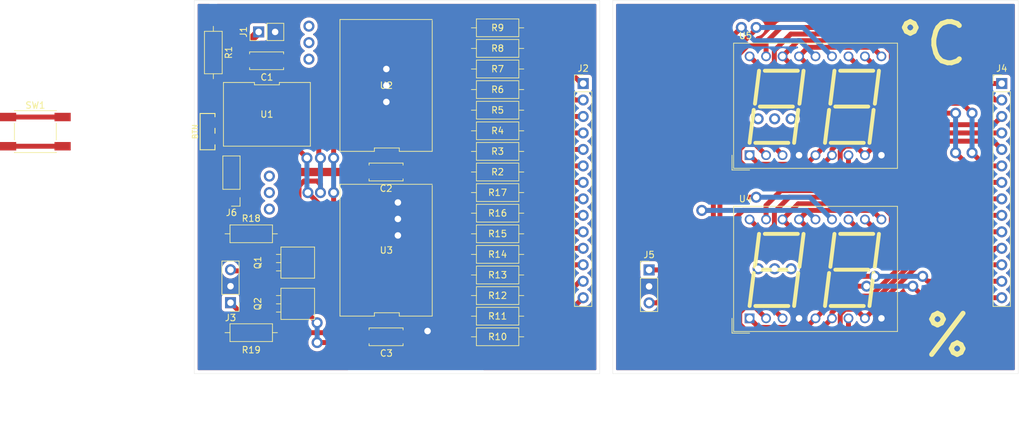
<source format=kicad_pcb>
(kicad_pcb (version 20171130) (host pcbnew "(5.1.10)-1")
  (layers (0 Front signal) (31 Back signal) (34 B.Paste user) (35 F.Paste user) (36 B.SilkS user) (37 F.SilkS user) (38 B.Mask user) (39 F.Mask user) (44 Edge.Cuts user))
  (net 0 "")
  (net 1 GND)
  (net 2 VCC)
  (net 3 "Net-(Q1-Pad2)")
  (net 4 "Net-(Q2-Pad2)")
  (net 5 "Net-(R1-Pad2)")
  (net 6 "Net-(R2-Pad2)")
  (net 7 "Net-(R3-Pad2)")
  (net 8 "Net-(R4-Pad2)")
  (net 9 "Net-(R5-Pad2)")
  (net 10 "Net-(R6-Pad2)")
  (net 11 "Net-(R7-Pad2)")
  (net 12 "Net-(R8-Pad2)")
  (net 13 "Net-(R9-Pad2)")
  (net 14 "Net-(R10-Pad2)")
  (net 15 "Net-(R11-Pad2)")
  (net 16 "Net-(R12-Pad2)")
  (net 17 "Net-(R13-Pad2)")
  (net 18 "Net-(R14-Pad2)")
  (net 19 "Net-(R15-Pad2)")
  (net 20 "Net-(R16-Pad2)")
  (net 21 "Net-(R17-Pad2)")
  (net 22 "Net-(SW1-Pad1)")
  (net 23 /SRCLK)
  (net 24 /DATA)
  (net 25 /RCLK)
  (net 26 "Net-(U2-Pad9)")
  (net 27 "Net-(U3-Pad9)")
  (net 28 "Net-(J2-Pad14)")
  (net 29 "Net-(J2-Pad13)")
  (net 30 "Net-(J2-Pad12)")
  (net 31 "Net-(J2-Pad11)")
  (net 32 "Net-(J2-Pad10)")
  (net 33 "Net-(J2-Pad9)")
  (net 34 "Net-(J2-Pad8)")
  (net 35 "Net-(J2-Pad7)")
  (net 36 "Net-(J2-Pad6)")
  (net 37 "Net-(J2-Pad5)")
  (net 38 "Net-(J2-Pad4)")
  (net 39 "Net-(J2-Pad3)")
  (net 40 "Net-(J2-Pad2)")
  (net 41 "Net-(J2-Pad1)")
  (net 42 "Net-(J3-Pad3)")
  (net 43 "Net-(J3-Pad1)")
  (net 44 "Net-(J4-Pad14)")
  (net 45 "Net-(J4-Pad13)")
  (net 46 "Net-(J4-Pad12)")
  (net 47 "Net-(J4-Pad11)")
  (net 48 "Net-(J4-Pad10)")
  (net 49 "Net-(J4-Pad9)")
  (net 50 "Net-(J4-Pad8)")
  (net 51 "Net-(J4-Pad7)")
  (net 52 "Net-(J4-Pad6)")
  (net 53 "Net-(J4-Pad5)")
  (net 54 "Net-(J4-Pad4)")
  (net 55 "Net-(J4-Pad3)")
  (net 56 "Net-(J4-Pad2)")
  (net 57 "Net-(J4-Pad1)")
  (net 58 "Net-(J5-Pad3)")
  (net 59 "Net-(J5-Pad1)")
  (net 60 "Net-(J6-Pad3)")
  (module custom:HDSP-523Y (layer Front) (at 110.598 40.59)
    (fp_text reference U5 (at -0.635 -10.16 180) (layer F.SilkS))
    (fp_text value HDSP-523Y)
    (pad 18 thru_hole circle (at 0 -6.985 90) (size 1.5 1.5) (drill 1) (layers *.Cu *.Mask) (net 56 "Net-(J4-Pad2)"))
    (pad 17 thru_hole circle (at 2.54 -6.985 90) (size 1.5 1.5) (drill 1) (layers *.Cu *.Mask) (net 57 "Net-(J4-Pad1)"))
    (pad 16 thru_hole circle (at 5.08 -6.985 90) (size 1.5 1.5) (drill 1) (layers *.Cu *.Mask) (net 51 "Net-(J4-Pad7)"))
    (pad 15 thru_hole circle (at 7.62 -6.985 90) (size 1.5 1.5) (drill 1) (layers *.Cu *.Mask) (net 52 "Net-(J4-Pad6)"))
    (pad 14 thru_hole circle (at 10.16 -6.985 90) (size 1.5 1.5) (drill 1) (layers *.Cu *.Mask) (net 59 "Net-(J5-Pad1)"))
    (pad 13 thru_hole circle (at 12.7 -6.985 90) (size 1.5 1.5) (drill 1) (layers *.Cu *.Mask) (net 58 "Net-(J5-Pad3)"))
    (pad 12 thru_hole circle (at 15.24 -6.985 90) (size 1.5 1.5) (drill 1) (layers *.Cu *.Mask) (net 56 "Net-(J4-Pad2)"))
    (pad 11 thru_hole circle (at 17.78 -6.985 90) (size 1.5 1.5) (drill 1) (layers *.Cu *.Mask) (net 51 "Net-(J4-Pad7)"))
    (pad 10 thru_hole circle (at 20.32 -6.985 90) (size 1.5 1.5) (drill 1) (layers *.Cu *.Mask) (net 52 "Net-(J4-Pad6)"))
    (pad 9 thru_hole circle (at 20.32 8.255 90) (size 1.5 1.5) (drill 1) (layers *.Cu *.Mask) (net 1 GND))
    (pad 8 thru_hole circle (at 17.78 8.255 90) (size 1.5 1.5) (drill 1) (layers *.Cu *.Mask) (net 53 "Net-(J4-Pad5)"))
    (pad 7 thru_hole circle (at 15.24 8.255 90) (size 1.5 1.5) (drill 1) (layers *.Cu *.Mask) (net 57 "Net-(J4-Pad1)"))
    (pad 6 thru_hole circle (at 12.7 8.255 90) (size 1.5 1.5) (drill 1) (layers *.Cu *.Mask) (net 54 "Net-(J4-Pad4)"))
    (pad 5 thru_hole circle (at 10.16 8.255 90) (size 1.5 1.5) (drill 1) (layers *.Cu *.Mask) (net 55 "Net-(J4-Pad3)"))
    (pad 4 thru_hole circle (at 7.62 8.255 90) (size 1.5 1.5) (drill 1) (layers *.Cu *.Mask) (net 1 GND))
    (pad 3 thru_hole circle (at 5.08 8.255 90) (size 1.5 1.5) (drill 1) (layers *.Cu *.Mask) (net 53 "Net-(J4-Pad5)"))
    (pad 2 thru_hole circle (at 2.54 8.255 90) (size 1.5 1.5) (drill 1) (layers *.Cu *.Mask) (net 54 "Net-(J4-Pad4)"))
    (pad 1 thru_hole rect (at 0 8.255 90) (size 1.5 1.5) (drill 1) (layers *.Cu *.Mask) (net 55 "Net-(J4-Pad3)"))
  )
  (module Connector_PinHeader_2.54mm:PinHeader_1x14_P2.54mm_Vertical (layer Front) (at 84.944 37.796)
    (fp_text reference J2 (at 0 -2.33) (layer F.SilkS))
    (fp_text value "7-seg F")
    (pad 14 thru_hole oval (at 0 33.02) (size 1.7 1.7) (drill 1) (layers *.Cu *.Mask) (net 28 "Net-(J2-Pad14)"))
    (pad 13 thru_hole oval (at 0 30.48) (size 1.7 1.7) (drill 1) (layers *.Cu *.Mask) (net 29 "Net-(J2-Pad13)"))
    (pad 12 thru_hole oval (at 0 27.94) (size 1.7 1.7) (drill 1) (layers *.Cu *.Mask) (net 30 "Net-(J2-Pad12)"))
    (pad 11 thru_hole oval (at 0 25.4) (size 1.7 1.7) (drill 1) (layers *.Cu *.Mask) (net 31 "Net-(J2-Pad11)"))
    (pad 10 thru_hole oval (at 0 22.86) (size 1.7 1.7) (drill 1) (layers *.Cu *.Mask) (net 32 "Net-(J2-Pad10)"))
    (pad 9 thru_hole oval (at 0 20.32) (size 1.7 1.7) (drill 1) (layers *.Cu *.Mask) (net 33 "Net-(J2-Pad9)"))
    (pad 8 thru_hole oval (at 0 17.78) (size 1.7 1.7) (drill 1) (layers *.Cu *.Mask) (net 34 "Net-(J2-Pad8)"))
    (pad 7 thru_hole oval (at 0 15.24) (size 1.7 1.7) (drill 1) (layers *.Cu *.Mask) (net 35 "Net-(J2-Pad7)"))
    (pad 6 thru_hole oval (at 0 12.7) (size 1.7 1.7) (drill 1) (layers *.Cu *.Mask) (net 36 "Net-(J2-Pad6)"))
    (pad 5 thru_hole oval (at 0 10.16) (size 1.7 1.7) (drill 1) (layers *.Cu *.Mask) (net 37 "Net-(J2-Pad5)"))
    (pad 4 thru_hole oval (at 0 7.62) (size 1.7 1.7) (drill 1) (layers *.Cu *.Mask) (net 38 "Net-(J2-Pad4)"))
    (pad 3 thru_hole oval (at 0 5.08) (size 1.7 1.7) (drill 1) (layers *.Cu *.Mask) (net 39 "Net-(J2-Pad3)"))
    (pad 2 thru_hole oval (at 0 2.54) (size 1.7 1.7) (drill 1) (layers *.Cu *.Mask) (net 40 "Net-(J2-Pad2)"))
    (pad 1 thru_hole rect (at 0 0) (size 1.7 1.7) (drill 1) (layers *.Cu *.Mask) (net 41 "Net-(J2-Pad1)"))
  )
  (module Connector_PinHeader_2.54mm:PinHeader_1x03_P2.54mm_Vertical (layer Front) (at 30.734 55.372 180)
    (fp_text reference J6 (at 0 -2.33) (layer F.SilkS))
    (fp_text value DHT11)
    (pad 3 smd oval (at 0 5.08 180) (size 2.5 1.7) (layers Front F.Paste F.Mask) (net 60 "Net-(J6-Pad3)"))
    (pad 2 smd oval (at 0 2.54 180) (size 2.5 1.7) (layers Front F.Paste F.Mask) (net 2 VCC))
    (pad 1 smd rect (at 0 0 180) (size 2.5 1.7) (layers Front F.Paste F.Mask) (net 1 GND))
  )
  (module Connector_PinHeader_2.54mm:PinHeader_1x03_P2.54mm_Vertical (layer Front) (at 95.104 66.528)
    (fp_text reference J5 (at 0 -2.33) (layer F.SilkS))
    (fp_text value "NPNs M")
    (pad 3 thru_hole oval (at 0 5.08) (size 1.7 1.7) (drill 1) (layers *.Cu *.Mask) (net 58 "Net-(J5-Pad3)"))
    (pad 2 thru_hole oval (at 0 2.54) (size 1.7 1.7) (drill 1) (layers *.Cu *.Mask) (net 1 GND))
    (pad 1 thru_hole rect (at 0 0) (size 1.7 1.7) (drill 1) (layers *.Cu *.Mask) (net 59 "Net-(J5-Pad1)"))
  )
  (module Connector_PinHeader_2.54mm:PinHeader_1x14_P2.54mm_Vertical (layer Front) (at 149.46 37.796)
    (fp_text reference J4 (at 0 -2.33) (layer F.SilkS))
    (fp_text value "7-seg M")
    (pad 14 thru_hole oval (at 0 33.02) (size 1.7 1.7) (drill 1) (layers *.Cu *.Mask) (net 44 "Net-(J4-Pad14)"))
    (pad 13 thru_hole oval (at 0 30.48) (size 1.7 1.7) (drill 1) (layers *.Cu *.Mask) (net 45 "Net-(J4-Pad13)"))
    (pad 12 thru_hole oval (at 0 27.94) (size 1.7 1.7) (drill 1) (layers *.Cu *.Mask) (net 46 "Net-(J4-Pad12)"))
    (pad 11 thru_hole oval (at 0 25.4) (size 1.7 1.7) (drill 1) (layers *.Cu *.Mask) (net 47 "Net-(J4-Pad11)"))
    (pad 10 thru_hole oval (at 0 22.86) (size 1.7 1.7) (drill 1) (layers *.Cu *.Mask) (net 48 "Net-(J4-Pad10)"))
    (pad 9 thru_hole oval (at 0 20.32) (size 1.7 1.7) (drill 1) (layers *.Cu *.Mask) (net 49 "Net-(J4-Pad9)"))
    (pad 8 thru_hole oval (at 0 17.78) (size 1.7 1.7) (drill 1) (layers *.Cu *.Mask) (net 50 "Net-(J4-Pad8)"))
    (pad 7 thru_hole oval (at 0 15.24) (size 1.7 1.7) (drill 1) (layers *.Cu *.Mask) (net 51 "Net-(J4-Pad7)"))
    (pad 6 thru_hole oval (at 0 12.7) (size 1.7 1.7) (drill 1) (layers *.Cu *.Mask) (net 52 "Net-(J4-Pad6)"))
    (pad 5 thru_hole oval (at 0 10.16) (size 1.7 1.7) (drill 1) (layers *.Cu *.Mask) (net 53 "Net-(J4-Pad5)"))
    (pad 4 thru_hole oval (at 0 7.62) (size 1.7 1.7) (drill 1) (layers *.Cu *.Mask) (net 54 "Net-(J4-Pad4)"))
    (pad 3 thru_hole oval (at 0 5.08) (size 1.7 1.7) (drill 1) (layers *.Cu *.Mask) (net 55 "Net-(J4-Pad3)"))
    (pad 2 thru_hole oval (at 0 2.54) (size 1.7 1.7) (drill 1) (layers *.Cu *.Mask) (net 56 "Net-(J4-Pad2)"))
    (pad 1 thru_hole rect (at 0 0) (size 1.7 1.7) (drill 1) (layers *.Cu *.Mask) (net 57 "Net-(J4-Pad1)"))
  )
  (module Connector_PinHeader_2.54mm:PinHeader_1x03_P2.54mm_Vertical (layer Front) (at 30.588 71.578 180)
    (fp_text reference J3 (at 0 -2.33) (layer F.SilkS))
    (fp_text value "NPNs F")
    (pad 3 thru_hole oval (at 0 5.08 180) (size 1.7 1.7) (drill 1) (layers *.Cu *.Mask) (net 42 "Net-(J3-Pad3)"))
    (pad 2 thru_hole oval (at 0 2.54 180) (size 1.7 1.7) (drill 1) (layers *.Cu *.Mask) (net 1 GND))
    (pad 1 thru_hole rect (at 0 0 180) (size 1.7 1.7) (drill 1) (layers *.Cu *.Mask) (net 43 "Net-(J3-Pad1)"))
  )
  (module custom:HDSP-523Y (layer Front) (at 110.598 65.736)
    (fp_text reference U4 (at -0.635 -10.16 180) (layer F.SilkS))
    (fp_text value HDSP-523Y)
    (pad 18 thru_hole circle (at 0 -6.985 90) (size 1.5 1.5) (drill 1) (layers *.Cu *.Mask) (net 49 "Net-(J4-Pad9)"))
    (pad 17 thru_hole circle (at 2.54 -6.985 90) (size 1.5 1.5) (drill 1) (layers *.Cu *.Mask) (net 50 "Net-(J4-Pad8)"))
    (pad 16 thru_hole circle (at 5.08 -6.985 90) (size 1.5 1.5) (drill 1) (layers *.Cu *.Mask) (net 44 "Net-(J4-Pad14)"))
    (pad 15 thru_hole circle (at 7.62 -6.985 90) (size 1.5 1.5) (drill 1) (layers *.Cu *.Mask) (net 45 "Net-(J4-Pad13)"))
    (pad 14 thru_hole circle (at 10.16 -6.985 90) (size 1.5 1.5) (drill 1) (layers *.Cu *.Mask) (net 59 "Net-(J5-Pad1)"))
    (pad 13 thru_hole circle (at 12.7 -6.985 90) (size 1.5 1.5) (drill 1) (layers *.Cu *.Mask) (net 58 "Net-(J5-Pad3)"))
    (pad 12 thru_hole circle (at 15.24 -6.985 90) (size 1.5 1.5) (drill 1) (layers *.Cu *.Mask) (net 49 "Net-(J4-Pad9)"))
    (pad 11 thru_hole circle (at 17.78 -6.985 90) (size 1.5 1.5) (drill 1) (layers *.Cu *.Mask) (net 44 "Net-(J4-Pad14)"))
    (pad 10 thru_hole circle (at 20.32 -6.985 90) (size 1.5 1.5) (drill 1) (layers *.Cu *.Mask) (net 45 "Net-(J4-Pad13)"))
    (pad 9 thru_hole circle (at 20.32 8.255 90) (size 1.5 1.5) (drill 1) (layers *.Cu *.Mask) (net 1 GND))
    (pad 8 thru_hole circle (at 17.78 8.255 90) (size 1.5 1.5) (drill 1) (layers *.Cu *.Mask) (net 46 "Net-(J4-Pad12)"))
    (pad 7 thru_hole circle (at 15.24 8.255 90) (size 1.5 1.5) (drill 1) (layers *.Cu *.Mask) (net 50 "Net-(J4-Pad8)"))
    (pad 6 thru_hole circle (at 12.7 8.255 90) (size 1.5 1.5) (drill 1) (layers *.Cu *.Mask) (net 47 "Net-(J4-Pad11)"))
    (pad 5 thru_hole circle (at 10.16 8.255 90) (size 1.5 1.5) (drill 1) (layers *.Cu *.Mask) (net 48 "Net-(J4-Pad10)"))
    (pad 4 thru_hole circle (at 7.62 8.255 90) (size 1.5 1.5) (drill 1) (layers *.Cu *.Mask) (net 1 GND))
    (pad 3 thru_hole circle (at 5.08 8.255 90) (size 1.5 1.5) (drill 1) (layers *.Cu *.Mask) (net 46 "Net-(J4-Pad12)"))
    (pad 2 thru_hole circle (at 2.54 8.255 90) (size 1.5 1.5) (drill 1) (layers *.Cu *.Mask) (net 47 "Net-(J4-Pad11)"))
    (pad 1 thru_hole rect (at 0 8.255 90) (size 1.5 1.5) (drill 1) (layers *.Cu *.Mask) (net 48 "Net-(J4-Pad10)"))
  )
  (module custom:FakeSMD_DIP-16 (layer Front) (at 59.69 72.39 180)
    (fp_text reference U3 (at 5.08 8.89) (layer F.SilkS))
    (fp_text value 74HC595)
    (pad 8 smd oval (at 0 17.78 90) (size 1.2 2.999999) (layers Front F.Paste F.Mask) (net 1 GND))
    (pad 9 smd oval (at 10.16 17.78 90) (size 1.2 2.999999) (layers Front F.Paste F.Mask) (net 27 "Net-(U3-Pad9)"))
    (pad 7 smd oval (at 0 15.24 90) (size 1.2 2.999999) (layers Front F.Paste F.Mask) (net 21 "Net-(R17-Pad2)"))
    (pad 10 smd oval (at 10.16 15.24 90) (size 1.2 2.999999) (layers Front F.Paste F.Mask) (net 2 VCC))
    (pad 6 smd oval (at 0 12.7 90) (size 1.2 2.999999) (layers Front F.Paste F.Mask) (net 20 "Net-(R16-Pad2)"))
    (pad 11 smd oval (at 10.16 12.7 90) (size 1.2 2.999999) (layers Front F.Paste F.Mask) (net 23 /SRCLK))
    (pad 5 smd oval (at 0 10.16 90) (size 1.2 2.999999) (layers Front F.Paste F.Mask) (net 19 "Net-(R15-Pad2)"))
    (pad 12 smd oval (at 10.16 10.16 90) (size 1.2 2.999999) (layers Front F.Paste F.Mask) (net 25 /RCLK))
    (pad 4 smd oval (at 0 7.62 90) (size 1.2 2.999999) (layers Front F.Paste F.Mask) (net 18 "Net-(R14-Pad2)"))
    (pad 13 smd oval (at 10.16 7.62 90) (size 1.2 2.999999) (layers Front F.Paste F.Mask) (net 1 GND))
    (pad 3 smd oval (at 0 5.08 90) (size 1.2 2.999999) (layers Front F.Paste F.Mask) (net 17 "Net-(R13-Pad2)"))
    (pad 14 smd oval (at 10.16 5.08 90) (size 1.2 2.999999) (layers Front F.Paste F.Mask) (net 26 "Net-(U2-Pad9)"))
    (pad 2 smd oval (at 0 2.54 90) (size 1.2 2.999999) (layers Front F.Paste F.Mask) (net 16 "Net-(R12-Pad2)"))
    (pad 15 smd oval (at 10.16 2.54 90) (size 1.2 2.999999) (layers Front F.Paste F.Mask) (net 14 "Net-(R10-Pad2)"))
    (pad 1 smd oval (at 0 0 90) (size 1.2 2.999999) (layers Front F.Paste F.Mask) (net 15 "Net-(R11-Pad2)"))
    (pad 16 smd oval (at 10.16 0 90) (size 1.2 2.999999) (layers Front F.Paste F.Mask) (net 2 VCC))
  )
  (module custom:FakeSMD_DIP-16 (layer Front) (at 59.69 46.99 180)
    (fp_text reference U2 (at 5.08 8.89) (layer F.SilkS))
    (fp_text value 74HC595)
    (pad 8 smd oval (at 0 17.78 90) (size 1.2 2.999999) (layers Front F.Paste F.Mask) (net 1 GND))
    (pad 9 smd oval (at 10.16 17.78 90) (size 1.2 2.999999) (layers Front F.Paste F.Mask) (net 26 "Net-(U2-Pad9)"))
    (pad 7 smd oval (at 0 15.24 90) (size 1.2 2.999999) (layers Front F.Paste F.Mask) (net 13 "Net-(R9-Pad2)"))
    (pad 10 smd oval (at 10.16 15.24 90) (size 1.2 2.999999) (layers Front F.Paste F.Mask) (net 2 VCC))
    (pad 6 smd oval (at 0 12.7 90) (size 1.2 2.999999) (layers Front F.Paste F.Mask) (net 12 "Net-(R8-Pad2)"))
    (pad 11 smd oval (at 10.16 12.7 90) (size 1.2 2.999999) (layers Front F.Paste F.Mask) (net 23 /SRCLK))
    (pad 5 smd oval (at 0 10.16 90) (size 1.2 2.999999) (layers Front F.Paste F.Mask) (net 11 "Net-(R7-Pad2)"))
    (pad 12 smd oval (at 10.16 10.16 90) (size 1.2 2.999999) (layers Front F.Paste F.Mask) (net 25 /RCLK))
    (pad 4 smd oval (at 0 7.62 90) (size 1.2 2.999999) (layers Front F.Paste F.Mask) (net 10 "Net-(R6-Pad2)"))
    (pad 13 smd oval (at 10.16 7.62 90) (size 1.2 2.999999) (layers Front F.Paste F.Mask) (net 1 GND))
    (pad 3 smd oval (at 0 5.08 90) (size 1.2 2.999999) (layers Front F.Paste F.Mask) (net 9 "Net-(R5-Pad2)"))
    (pad 14 smd oval (at 10.16 5.08 90) (size 1.2 2.999999) (layers Front F.Paste F.Mask) (net 24 /DATA))
    (pad 2 smd oval (at 0 2.54 90) (size 1.2 2.999999) (layers Front F.Paste F.Mask) (net 8 "Net-(R4-Pad2)"))
    (pad 15 smd oval (at 10.16 2.54 90) (size 1.2 2.999999) (layers Front F.Paste F.Mask) (net 6 "Net-(R2-Pad2)"))
    (pad 1 smd oval (at 0 0 90) (size 1.2 2.999999) (layers Front F.Paste F.Mask) (net 7 "Net-(R3-Pad2)"))
    (pad 16 smd oval (at 10.16 0 90) (size 1.2 2.999999) (layers Front F.Paste F.Mask) (net 2 VCC))
  )
  (module custom:FakeSMD_DIP-8 (layer Front) (at 36.195 42.545 270)
    (fp_text reference U1 (at 0 0) (layer F.SilkS))
    (fp_text value ATtiny45V-10PU)
    (pad 4 smd oval (at 3.81 5 270) (size 1.2 2.999999) (layers Front F.Paste F.Mask) (net 1 GND))
    (pad 5 smd oval (at 3.81 -5 270) (size 1.2 2.999999) (layers Front F.Paste F.Mask) (net 23 /SRCLK))
    (pad 3 smd oval (at 1.27 5 270) (size 1.2 2.999999) (layers Front F.Paste F.Mask) (net 22 "Net-(SW1-Pad1)"))
    (pad 6 smd oval (at 1.27 -5 270) (size 1.2 2.999999) (layers Front F.Paste F.Mask) (net 24 /DATA))
    (pad 2 smd oval (at -1.27 5 270) (size 1.2 2.999999) (layers Front F.Paste F.Mask) (net 60 "Net-(J6-Pad3)"))
    (pad 7 smd oval (at -1.27 -5 270) (size 1.2 2.999999) (layers Front F.Paste F.Mask) (net 25 /RCLK))
    (pad 1 smd oval (at -3.81 5 270) (size 1.2 2.999999) (layers Front F.Paste F.Mask) (net 5 "Net-(R1-Pad2)"))
    (pad 8 smd oval (at -3.81 -5 270) (size 1.2 2.999999) (layers Front F.Paste F.Mask) (net 2 VCC))
  )
  (module custom:FakeSMD_Button (layer Front) (at 0.508 45.212)
    (fp_text reference SW1 (at 0 -4.05) (layer F.SilkS))
    (fp_text value SW_Push)
    (pad 2 smd rect (at 4.2 2.25) (size 2.5 1.3) (layers Front F.Paste F.Mask) (net 1 GND))
    (pad 1 smd rect (at 4.2 -2.25) (size 2.5 1.3) (layers Front F.Paste F.Mask) (net 22 "Net-(SW1-Pad1)"))
    (pad 1 smd rect (at -4.2 -2.25) (size 2.5 1.3) (layers Front F.Paste F.Mask) (net 22 "Net-(SW1-Pad1)"))
    (pad 2 smd rect (at -4.2 2.25) (size 2.5 1.3) (layers Front F.Paste F.Mask) (net 1 GND))
  )
  (module custom:FakeSMD_R (layer Front) (at 28.702 76.2)
    (fp_text reference R19 (at 5.08 2.667) (layer F.SilkS))
    (fp_text value 10k)
    (pad 2 smd oval (at 10.36 0) (size 3 1.6) (layers Front F.Paste F.Mask) (net 4 "Net-(Q2-Pad2)"))
    (pad 1 smd oval (at -0.3 0) (size 3 1.6) (layers Front F.Paste F.Mask) (net 1 GND))
  )
  (module custom:FakeSMD_R (layer Front) (at 28.702 60.96)
    (fp_text reference R18 (at 5.08 -2.37) (layer F.SilkS))
    (fp_text value 10k)
    (pad 2 smd oval (at 10.36 0) (size 3 1.6) (layers Front F.Paste F.Mask) (net 3 "Net-(Q1-Pad2)"))
    (pad 1 smd oval (at -0.3 0) (size 3 1.6) (layers Front F.Paste F.Mask) (net 1 GND))
  )
  (module custom:FakeSMD_R (layer Front) (at 76.835 54.61 180)
    (fp_text reference R17 (at 5.08 0) (layer F.SilkS))
    (fp_text value 270)
    (pad 2 smd oval (at 10.36 0 180) (size 3 1.6) (layers Front F.Paste F.Mask) (net 21 "Net-(R17-Pad2)"))
    (pad 1 smd oval (at -0.3 0 180) (size 3 1.6) (layers Front F.Paste F.Mask) (net 3 "Net-(Q1-Pad2)"))
  )
  (module custom:FakeSMD_R (layer Front) (at 76.835 57.785 180)
    (fp_text reference R16 (at 5.08 0) (layer F.SilkS))
    (fp_text value 270)
    (pad 2 smd oval (at 10.36 0 180) (size 3 1.6) (layers Front F.Paste F.Mask) (net 20 "Net-(R16-Pad2)"))
    (pad 1 smd oval (at -0.3 0 180) (size 3 1.6) (layers Front F.Paste F.Mask) (net 34 "Net-(J2-Pad8)"))
  )
  (module custom:FakeSMD_R (layer Front) (at 76.835 60.96 180)
    (fp_text reference R15 (at 5.08 0) (layer F.SilkS))
    (fp_text value 270)
    (pad 2 smd oval (at 10.36 0 180) (size 3 1.6) (layers Front F.Paste F.Mask) (net 19 "Net-(R15-Pad2)"))
    (pad 1 smd oval (at -0.3 0 180) (size 3 1.6) (layers Front F.Paste F.Mask) (net 33 "Net-(J2-Pad9)"))
  )
  (module custom:FakeSMD_R (layer Front) (at 76.835 64.135 180)
    (fp_text reference R14 (at 5.08 0) (layer F.SilkS))
    (fp_text value 270)
    (pad 2 smd oval (at 10.36 0 180) (size 3 1.6) (layers Front F.Paste F.Mask) (net 18 "Net-(R14-Pad2)"))
    (pad 1 smd oval (at -0.3 0 180) (size 3 1.6) (layers Front F.Paste F.Mask) (net 32 "Net-(J2-Pad10)"))
  )
  (module custom:FakeSMD_R (layer Front) (at 76.835 67.31 180)
    (fp_text reference R13 (at 5.08 0) (layer F.SilkS))
    (fp_text value 270)
    (pad 2 smd oval (at 10.36 0 180) (size 3 1.6) (layers Front F.Paste F.Mask) (net 17 "Net-(R13-Pad2)"))
    (pad 1 smd oval (at -0.3 0 180) (size 3 1.6) (layers Front F.Paste F.Mask) (net 31 "Net-(J2-Pad11)"))
  )
  (module custom:FakeSMD_R (layer Front) (at 76.835 70.485 180)
    (fp_text reference R12 (at 5.08 0) (layer F.SilkS))
    (fp_text value 270)
    (pad 2 smd oval (at 10.36 0 180) (size 3 1.6) (layers Front F.Paste F.Mask) (net 16 "Net-(R12-Pad2)"))
    (pad 1 smd oval (at -0.3 0 180) (size 3 1.6) (layers Front F.Paste F.Mask) (net 30 "Net-(J2-Pad12)"))
  )
  (module custom:FakeSMD_R (layer Front) (at 76.835 73.66 180)
    (fp_text reference R11 (at 5.08 0) (layer F.SilkS))
    (fp_text value 270)
    (pad 2 smd oval (at 10.36 0 180) (size 3 1.6) (layers Front F.Paste F.Mask) (net 15 "Net-(R11-Pad2)"))
    (pad 1 smd oval (at -0.3 0 180) (size 3 1.6) (layers Front F.Paste F.Mask) (net 29 "Net-(J2-Pad13)"))
  )
  (module custom:FakeSMD_R (layer Front) (at 76.835 76.835 180)
    (fp_text reference R10 (at 5.08 0) (layer F.SilkS))
    (fp_text value 270)
    (pad 2 smd oval (at 10.36 0 180) (size 3 1.6) (layers Front F.Paste F.Mask) (net 14 "Net-(R10-Pad2)"))
    (pad 1 smd oval (at -0.3 0 180) (size 3 1.6) (layers Front F.Paste F.Mask) (net 28 "Net-(J2-Pad14)"))
  )
  (module custom:FakeSMD_R (layer Front) (at 76.835 29.21 180)
    (fp_text reference R9 (at 5.08 0) (layer F.SilkS))
    (fp_text value 270)
    (pad 2 smd oval (at 10.36 0 180) (size 3 1.6) (layers Front F.Paste F.Mask) (net 13 "Net-(R9-Pad2)"))
    (pad 1 smd oval (at -0.3 0 180) (size 3 1.6) (layers Front F.Paste F.Mask) (net 4 "Net-(Q2-Pad2)"))
  )
  (module custom:FakeSMD_R (layer Front) (at 76.835 32.385 180)
    (fp_text reference R8 (at 5.08 0) (layer F.SilkS))
    (fp_text value 270)
    (pad 2 smd oval (at 10.36 0 180) (size 3 1.6) (layers Front F.Paste F.Mask) (net 12 "Net-(R8-Pad2)"))
    (pad 1 smd oval (at -0.3 0 180) (size 3 1.6) (layers Front F.Paste F.Mask) (net 41 "Net-(J2-Pad1)"))
  )
  (module custom:FakeSMD_R (layer Front) (at 76.835 35.56 180)
    (fp_text reference R7 (at 5.08 0) (layer F.SilkS))
    (fp_text value 270)
    (pad 2 smd oval (at 10.36 0 180) (size 3 1.6) (layers Front F.Paste F.Mask) (net 11 "Net-(R7-Pad2)"))
    (pad 1 smd oval (at -0.3 0 180) (size 3 1.6) (layers Front F.Paste F.Mask) (net 40 "Net-(J2-Pad2)"))
  )
  (module custom:FakeSMD_R (layer Front) (at 76.835 38.735 180)
    (fp_text reference R6 (at 5.08 0) (layer F.SilkS))
    (fp_text value 270)
    (pad 2 smd oval (at 10.36 0 180) (size 3 1.6) (layers Front F.Paste F.Mask) (net 10 "Net-(R6-Pad2)"))
    (pad 1 smd oval (at -0.3 0 180) (size 3 1.6) (layers Front F.Paste F.Mask) (net 39 "Net-(J2-Pad3)"))
  )
  (module custom:FakeSMD_R (layer Front) (at 76.835 41.91 180)
    (fp_text reference R5 (at 5.08 0) (layer F.SilkS))
    (fp_text value 270)
    (pad 2 smd oval (at 10.36 0 180) (size 3 1.6) (layers Front F.Paste F.Mask) (net 9 "Net-(R5-Pad2)"))
    (pad 1 smd oval (at -0.3 0 180) (size 3 1.6) (layers Front F.Paste F.Mask) (net 38 "Net-(J2-Pad4)"))
  )
  (module custom:FakeSMD_R (layer Front) (at 76.835 45.085 180)
    (fp_text reference R4 (at 5.08 0) (layer F.SilkS))
    (fp_text value 270)
    (pad 2 smd oval (at 10.36 0 180) (size 3 1.6) (layers Front F.Paste F.Mask) (net 8 "Net-(R4-Pad2)"))
    (pad 1 smd oval (at -0.3 0 180) (size 3 1.6) (layers Front F.Paste F.Mask) (net 37 "Net-(J2-Pad5)"))
  )
  (module custom:FakeSMD_R (layer Front) (at 76.835 48.26 180)
    (fp_text reference R3 (at 5.08 0) (layer F.SilkS))
    (fp_text value 270)
    (pad 2 smd oval (at 10.36 0 180) (size 3 1.6) (layers Front F.Paste F.Mask) (net 7 "Net-(R3-Pad2)"))
    (pad 1 smd oval (at -0.3 0 180) (size 3 1.6) (layers Front F.Paste F.Mask) (net 36 "Net-(J2-Pad6)"))
  )
  (module custom:FakeSMD_R (layer Front) (at 76.835 51.435 180)
    (fp_text reference R2 (at 5.08 0) (layer F.SilkS))
    (fp_text value 270)
    (pad 2 smd oval (at 10.36 0 180) (size 3 1.6) (layers Front F.Paste F.Mask) (net 6 "Net-(R2-Pad2)"))
    (pad 1 smd oval (at -0.3 0 180) (size 3 1.6) (layers Front F.Paste F.Mask) (net 35 "Net-(J2-Pad7)"))
  )
  (module custom:FakeSMD_R (layer Front) (at 27.94 27.94 270)
    (fp_text reference R1 (at 5.08 -2.37 90) (layer F.SilkS))
    (fp_text value 10k)
    (pad 2 smd oval (at 10.36 0 270) (size 3 1.6) (layers Front F.Paste F.Mask) (net 5 "Net-(R1-Pad2)"))
    (pad 1 smd oval (at -0.3 0 270) (size 3 1.6) (layers Front F.Paste F.Mask) (net 2 VCC))
  )
  (module custom:FakeSMD_TO-92-3 (layer Front) (at 36.576 73.025 90)
    (fp_text reference Q2 (at 1.27 -1.78 90) (layer F.SilkS))
    (fp_text value Q_NPN_CBE)
    (pad 1 smd rect (at 0 0 90) (size 1 2) (layers Front F.Paste F.Mask) (net 43 "Net-(J3-Pad1)"))
    (pad 3 smd oval (at 2.54 0 90) (size 1 2) (layers Front F.Paste F.Mask) (net 1 GND))
    (pad 2 smd oval (at 1.27 0 90) (size 1 2) (layers Front F.Paste F.Mask) (net 4 "Net-(Q2-Pad2)"))
  )
  (module custom:FakeSMD_TO-92-3 (layer Front) (at 36.576 66.675 90)
    (fp_text reference Q1 (at 1.27 -1.78 90) (layer F.SilkS))
    (fp_text value Q_NPN_CBE)
    (pad 1 smd rect (at 0 0 90) (size 1 2) (layers Front F.Paste F.Mask) (net 42 "Net-(J3-Pad3)"))
    (pad 3 smd oval (at 2.54 0 90) (size 1 2) (layers Front F.Paste F.Mask) (net 1 GND))
    (pad 2 smd oval (at 1.27 0 90) (size 1 2) (layers Front F.Paste F.Mask) (net 3 "Net-(Q1-Pad2)"))
  )
  (module Connector_PinHeader_2.54mm:PinHeader_1x02_P2.54mm_Vertical (layer Front) (at 34.925 29.845 90)
    (fp_text reference J1 (at 0 -2.33 90) (layer F.SilkS))
    (fp_text value PWR)
    (pad 2 thru_hole oval (at 0 2.54 90) (size 1.7 1.7) (drill 1) (layers *.Cu *.Mask) (net 1 GND))
    (pad 1 thru_hole rect (at 0 0 90) (size 1.7 1.7) (drill 1) (layers *.Cu *.Mask) (net 2 VCC))
  )
  (module custom:FakeSMD_C_Disc (layer Front) (at 52.07 76.835)
    (fp_text reference C3 (at 2.54 2.54) (layer F.SilkS))
    (fp_text value 100n)
    (pad 2 smd oval (at 5.5 0) (size 2.5 1.6) (layers Front F.Paste F.Mask) (net 1 GND))
    (pad 1 smd oval (at -0.5 0) (size 2.5 1.6) (layers Front F.Paste F.Mask) (net 2 VCC))
  )
  (module custom:FakeSMD_C_Disc (layer Front) (at 52.07 51.435)
    (fp_text reference C2 (at 2.5 2.54) (layer F.SilkS))
    (fp_text value 100n)
    (pad 2 smd oval (at 5.5 0) (size 2.5 1.6) (layers Front F.Paste F.Mask) (net 1 GND))
    (pad 1 smd oval (at -0.5 0) (size 2.5 1.6) (layers Front F.Paste F.Mask) (net 2 VCC))
  )
  (module custom:FakeSMD_C_Disc (layer Front) (at 33.655 34.29)
    (fp_text reference C1 (at 2.54 2.54) (layer F.SilkS))
    (fp_text value 100n)
    (pad 2 smd oval (at 5.5 0) (size 2.5 1.6) (layers Front F.Paste F.Mask) (net 1 GND))
    (pad 1 smd oval (at -0.5 0) (size 2.5 1.6) (layers Front F.Paste F.Mask) (net 2 VCC))
  )
  (gr_line (start 152 82.5) (end 89.5 82.5) (layer Edge.Cuts) (width 0.0381))
  (gr_line (start 89.5 82.5) (end 89.5 25) (layer Edge.Cuts) (width 0.0381))
  (gr_line (start 89.5 25) (end 152 25) (layer Edge.Cuts) (width 0.0381))
  (gr_line (start 152 25) (end 152 82.5) (layer Edge.Cuts) (width 0.0381))
  (gr_line (start 25 82.5) (end 25 25) (layer Edge.Cuts) (width 0.0381))
  (gr_line (start 87.5 82.5) (end 25 82.5) (layer Edge.Cuts) (width 0.0381))
  (gr_line (start 87.5 25) (end 87.5 82.5) (layer Edge.Cuts) (width 0.0381))
  (gr_line (start 25 25) (end 87.5 25) (layer Edge.Cuts) (width 0.0381))
  (gr_text BTN (at 25.146 45.212 90) (layer F.SilkS) (effects (font (size 0.8128 0.8128) (thickness 0.1524))))
  (gr_line (start 28.194 44.704) (end 28.194 45.466) (layer F.SilkS) (width 0.1524))
  (gr_line (start 28.194 42.418) (end 28.194 42.926) (layer F.SilkS) (width 0.1524))
  (gr_line (start 28.194 42.418) (end 25.908 42.418) (layer F.SilkS) (width 0.1524))
  (gr_line (start 28.194 48.006) (end 28.194 47.244) (layer F.SilkS) (width 0.1524))
  (gr_line (start 25.908 48.006) (end 28.194 48.006) (layer F.SilkS) (width 0.1524))
  (gr_line (start 25.908 42.418) (end 25.908 48.006) (layer F.SilkS) (width 0.1524))
  (gr_text °C (at 138.538 31.7) (layer F.SilkS) (effects (font (size 6.35 6.35) (thickness 0.762))))
  (gr_text % (at 141.078 76.658) (layer F.SilkS) (effects (font (size 6.35 6.35) (thickness 0.762))))
  (via (at 36.576 54.61) (size 1.7) (drill 1) (layers Front Back) (net 0))
  (via (at 36.576 52.07) (size 1.7) (drill 1) (layers Front Back) (net 0))
  (via (at 36.576 57.15) (size 1.7) (drill 1) (layers Front Back) (net 0))
  (via (at 42.672 31.496) (size 1.7) (drill 1) (layers Front Back) (net 0))
  (via (at 42.672 28.956) (size 1.7) (drill 1) (layers Front Back) (net 0))
  (via (at 42.672 34.036) (size 1.7) (drill 1) (layers Front Back) (net 0))
  (via (at 114.458 66.352) (size 1.7) (drill 1) (layers Front Back) (net 0))
  (via (at 111.918 66.352) (size 1.7) (drill 1) (layers Front Back) (net 0))
  (via (at 116.998 66.352) (size 1.7) (drill 1) (layers Front Back) (net 0))
  (via (at 114.458 43.238) (size 1.7) (drill 1) (layers Front Back) (net 0))
  (via (at 111.918 43.238) (size 1.7) (drill 1) (layers Front Back) (net 0))
  (via (at 116.998 43.238) (size 1.7) (drill 1) (layers Front Back) (net 0))
  (segment (start 132.442 58.116) (end 130.664 56.338) (width 0.762) (layer Front) (net 44))
  (segment (start 132.442 59.64) (end 132.442 58.116) (width 0.762) (layer Front) (net 44))
  (segment (start 131.68 60.402) (end 132.442 59.64) (width 0.762) (layer Front) (net 44))
  (segment (start 130.664 56.338) (end 118.091 56.338) (width 0.762) (layer Front) (net 44))
  (segment (start 118.091 56.338) (end 115.678 58.751) (width 0.762) (layer Front) (net 44))
  (segment (start 130.029 60.402) (end 131.68 60.402) (width 0.762) (layer Front) (net 44))
  (segment (start 128.378 58.751) (end 130.029 60.402) (width 0.762) (layer Front) (net 44))
  (segment (start 119.614977 57.354023) (end 129.521023 57.354023) (width 0.762) (layer Front) (net 45))
  (segment (start 118.218 58.751) (end 119.614977 57.354023) (width 0.762) (layer Front) (net 45))
  (segment (start 129.521023 57.354023) (end 130.918 58.751) (width 0.762) (layer Front) (net 45))
  (segment (start 113.011 71.324) (end 109.328 71.324) (width 0.762) (layer Front) (net 46))
  (segment (start 115.678 73.991) (end 113.011 71.324) (width 0.762) (layer Front) (net 46))
  (segment (start 125.33 72.594) (end 126.981 72.594) (width 0.762) (layer Front) (net 46))
  (segment (start 124.568 75.134) (end 124.568 73.356) (width 0.762) (layer Front) (net 46))
  (segment (start 122.282 77.42) (end 124.568 75.134) (width 0.762) (layer Front) (net 46))
  (segment (start 110.344 77.42) (end 122.282 77.42) (width 0.762) (layer Front) (net 46))
  (segment (start 108.058 72.594) (end 108.058 75.134) (width 0.762) (layer Front) (net 46))
  (segment (start 109.328 71.324) (end 108.058 72.594) (width 0.762) (layer Front) (net 46))
  (segment (start 126.981 72.594) (end 128.378 73.991) (width 0.762) (layer Front) (net 46))
  (segment (start 108.058 75.134) (end 110.344 77.42) (width 0.762) (layer Front) (net 46))
  (segment (start 124.568 73.356) (end 125.33 72.594) (width 0.762) (layer Front) (net 46))
  (segment (start 119.361023 75.387977) (end 111.994977 75.387977) (width 0.762) (layer Front) (net 48))
  (segment (start 120.758 73.991) (end 119.361023 75.387977) (width 0.762) (layer Front) (net 48))
  (segment (start 111.994977 75.387977) (end 110.598 73.991) (width 0.762) (layer Front) (net 48))
  (segment (start 31.195 46.355) (end 27.178 46.355) (width 1.27) (layer Front) (net 1))
  (via (at 54.61 35.56) (size 1.7) (drill 1) (layers Front Back) (net 1))
  (via (at 54.61 38.1) (size 1.7) (drill 1) (layers Front Back) (net 1))
  (via (at 54.61 40.64) (size 1.7) (drill 1) (layers Front Back) (net 1))
  (via (at 56.388 56.134) (size 1.7) (drill 1) (layers Front Back) (net 1))
  (via (at 56.388 58.674) (size 1.7) (drill 1) (layers Front Back) (net 1))
  (via (at 56.388 61.214) (size 1.7) (drill 1) (layers Front Back) (net 1))
  (via (at 60.96 75.946) (size 1.7) (drill 1) (layers Front Back) (net 1))
  (segment (start -3.692 47.462) (end 4.708 47.462) (width 0.762) (layer Front) (net 1))
  (segment (start 31.115 34.29) (end 33.155 34.29) (width 0.762) (layer Front) (net 2))
  (segment (start 27.94 31.115) (end 31.115 34.29) (width 0.762) (layer Front) (net 2))
  (segment (start 27.94 27.64) (end 27.94 31.115) (width 0.762) (layer Front) (net 2))
  (segment (start 33.155 31.615) (end 33.155 34.29) (width 1.27) (layer Front) (net 2))
  (segment (start 34.925 29.845) (end 33.155 31.615) (width 1.27) (layer Front) (net 2))
  (segment (start 36.195 38.735) (end 41.195 38.735) (width 1.27) (layer Front) (net 2))
  (segment (start 50.4825 72.39) (end 49.53 72.39) (width 1.27) (layer Front) (net 2))
  (segment (start 51.57 73.4775) (end 50.4825 72.39) (width 1.27) (layer Front) (net 2))
  (segment (start 51.57 76.835) (end 51.57 73.4775) (width 1.27) (layer Front) (net 2))
  (segment (start 41.195 38.735) (end 42.545 38.735) (width 1.27) (layer Front) (net 2))
  (segment (start 53.848 52.197) (end 53.848 56.134) (width 1.27) (layer Front) (net 2))
  (segment (start 53.086 51.435) (end 53.848 52.197) (width 1.27) (layer Front) (net 2))
  (segment (start 51.57 51.435) (end 53.086 51.435) (width 1.27) (layer Front) (net 2))
  (segment (start 53.1495 76.835) (end 51.57 76.835) (width 1.27) (layer Front) (net 2))
  (segment (start 53.848 76.1365) (end 53.1495 76.835) (width 1.27) (layer Front) (net 2))
  (segment (start 53.848 56.134) (end 53.848 76.1365) (width 1.27) (layer Front) (net 2))
  (segment (start 53.848 56.134) (end 53.848 57.658) (width 1.27) (layer Front) (net 2))
  (segment (start 53.594 57.15) (end 53.848 57.404) (width 0.762) (layer Front) (net 2))
  (segment (start 49.53 57.15) (end 53.594 57.15) (width 0.762) (layer Front) (net 2))
  (segment (start 37.846 49.022) (end 37.338 48.514) (width 1.27) (layer Front) (net 2))
  (segment (start 40.259 51.435) (end 37.846 49.022) (width 1.27) (layer Front) (net 2))
  (segment (start 51.57 51.435) (end 40.259 51.435) (width 1.27) (layer Front) (net 2))
  (segment (start 50.8 46.99) (end 49.53 46.99) (width 1.27) (layer Front) (net 2))
  (segment (start 51.57 47.76) (end 50.8 46.99) (width 1.27) (layer Front) (net 2))
  (segment (start 51.57 51.435) (end 51.57 47.76) (width 1.27) (layer Front) (net 2))
  (segment (start 34.417 38.735) (end 36.195 38.735) (width 1.27) (layer Front) (net 2))
  (segment (start 33.155 37.473) (end 34.417 38.735) (width 1.27) (layer Front) (net 2))
  (segment (start 33.155 34.29) (end 33.155 37.473) (width 1.27) (layer Front) (net 2))
  (segment (start 36.576 48.514) (end 37.338 48.514) (width 0.762) (layer Front) (net 2))
  (segment (start 32.258 52.832) (end 36.576 48.514) (width 0.762) (layer Front) (net 2))
  (segment (start 30.734 52.832) (end 32.258 52.832) (width 0.762) (layer Front) (net 2))
  (segment (start 47.498 31.75) (end 49.53 31.75) (width 0.762) (layer Front) (net 2))
  (segment (start 45.72 33.528) (end 47.498 31.75) (width 0.762) (layer Front) (net 2))
  (segment (start 45.72 36.322) (end 45.72 33.528) (width 0.762) (layer Front) (net 2))
  (segment (start 43.307 38.735) (end 45.72 36.322) (width 0.762) (layer Front) (net 2))
  (segment (start 41.195 38.735) (end 43.307 38.735) (width 0.762) (layer Front) (net 2))
  (segment (start 36.576 38.735) (end 36.195 38.735) (width 1.27) (layer Front) (net 2))
  (segment (start 36.576 47.752) (end 36.576 38.735) (width 1.27) (layer Front) (net 2))
  (segment (start 37.338 48.514) (end 36.576 47.752) (width 1.27) (layer Front) (net 2))
  (segment (start 43.942 74.676) (end 38.989 69.723) (width 0.762) (layer Front) (net 3))
  (segment (start 38.989 69.723) (end 38.989 65.405) (width 0.762) (layer Front) (net 3))
  (via (at 43.942 74.676) (size 1.7) (drill 1) (layers Front Back) (net 3))
  (segment (start 38.989 65.405) (end 36.576 65.405) (width 0.762) (layer Front) (net 3))
  (segment (start 38.989 65.405) (end 38.989 61.033) (width 0.762) (layer Front) (net 3))
  (segment (start 43.942 74.676) (end 43.942 77.724004) (width 0.762) (layer Back) (net 3))
  (via (at 43.942 77.724004) (size 1.7) (drill 1) (layers Front Back) (net 3))
  (segment (start 45.974004 77.724004) (end 43.942 77.724004) (width 0.762) (layer Front) (net 3))
  (segment (start 49.53 81.28) (end 45.974004 77.724004) (width 0.762) (layer Front) (net 3))
  (segment (start 68.777671 81.28) (end 49.53 81.28) (width 0.762) (layer Front) (net 3))
  (segment (start 73.152 76.905671) (end 68.777671 81.28) (width 0.762) (layer Front) (net 3))
  (segment (start 73.152 58.593) (end 73.152 76.905671) (width 0.762) (layer Front) (net 3))
  (segment (start 77.135 54.61) (end 73.152 58.593) (width 0.762) (layer Front) (net 3))
  (segment (start 74.168 52.578) (end 74.168 32.177) (width 0.762) (layer Front) (net 4))
  (segment (start 71.882 54.864) (end 74.168 52.578) (width 0.762) (layer Front) (net 4))
  (segment (start 68.072 80.01) (end 71.882 76.2) (width 0.762) (layer Front) (net 4))
  (segment (start 50.038 80.01) (end 68.072 80.01) (width 0.762) (layer Front) (net 4))
  (segment (start 46.228 76.2) (end 50.038 80.01) (width 0.762) (layer Front) (net 4))
  (segment (start 39.062 76.2) (end 46.228 76.2) (width 0.762) (layer Front) (net 4))
  (segment (start 74.168 32.177) (end 77.135 29.21) (width 0.762) (layer Front) (net 4))
  (segment (start 39.062 72.463) (end 39.062 76.2) (width 0.762) (layer Front) (net 4))
  (segment (start 71.882 76.2) (end 71.882 54.864) (width 0.762) (layer Front) (net 4))
  (segment (start 38.354 71.755) (end 39.062 72.463) (width 0.762) (layer Front) (net 4))
  (segment (start 36.576 71.755) (end 38.354 71.755) (width 0.762) (layer Front) (net 4))
  (segment (start 28.375 38.735) (end 27.94 38.3) (width 0.762) (layer Front) (net 5))
  (segment (start 31.195 38.735) (end 28.375 38.735) (width 0.762) (layer Front) (net 5))
  (segment (start 64.135 51.435) (end 67.11 51.435) (width 0.762) (layer Front) (net 6))
  (segment (start 61.595 48.895) (end 64.135 51.435) (width 0.762) (layer Front) (net 6))
  (segment (start 57.785 48.895) (end 61.595 48.895) (width 0.762) (layer Front) (net 6))
  (segment (start 53.34 44.45) (end 57.785 48.895) (width 0.762) (layer Front) (net 6))
  (segment (start 49.53 44.45) (end 53.34 44.45) (width 0.762) (layer Front) (net 6))
  (segment (start 59.69 46.99) (end 62.865 46.99) (width 0.762) (layer Front) (net 7))
  (segment (start 64.135 48.26) (end 67.11 48.26) (width 0.762) (layer Front) (net 7))
  (segment (start 62.865 46.99) (end 64.135 48.26) (width 0.762) (layer Front) (net 7))
  (segment (start 63.8175 45.085) (end 67.11 45.085) (width 0.762) (layer Front) (net 8))
  (segment (start 59.69 44.45) (end 63.1825 44.45) (width 0.762) (layer Front) (net 8))
  (segment (start 63.1825 44.45) (end 63.8175 45.085) (width 0.762) (layer Front) (net 8))
  (segment (start 59.69 41.91) (end 67.11 41.91) (width 0.762) (layer Front) (net 9))
  (segment (start 64.135 38.735) (end 67.11 38.735) (width 0.762) (layer Front) (net 10))
  (segment (start 63.5 39.37) (end 64.135 38.735) (width 0.762) (layer Front) (net 10))
  (segment (start 59.69 39.37) (end 63.5 39.37) (width 0.762) (layer Front) (net 10))
  (segment (start 64.135 35.56) (end 67.11 35.56) (width 0.762) (layer Front) (net 11))
  (segment (start 62.865 36.83) (end 64.135 35.56) (width 0.762) (layer Front) (net 11))
  (segment (start 59.69 36.83) (end 62.865 36.83) (width 0.762) (layer Front) (net 11))
  (segment (start 63.5 32.385) (end 67.11 32.385) (width 0.762) (layer Front) (net 12))
  (segment (start 61.595 34.29) (end 63.5 32.385) (width 0.762) (layer Front) (net 12))
  (segment (start 59.69 34.29) (end 61.595 34.29) (width 0.762) (layer Front) (net 12))
  (segment (start 64.135 29.21) (end 67.11 29.21) (width 0.762) (layer Front) (net 13))
  (segment (start 61.595 31.75) (end 64.135 29.21) (width 0.762) (layer Front) (net 13))
  (segment (start 59.69 31.75) (end 61.595 31.75) (width 0.762) (layer Front) (net 13))
  (segment (start 47.625 69.85) (end 49.53 69.85) (width 0.762) (layer Front) (net 14))
  (segment (start 46.99 75.184) (end 46.99 70.485) (width 0.762) (layer Front) (net 14))
  (segment (start 46.99 70.485) (end 47.625 69.85) (width 0.762) (layer Front) (net 14))
  (segment (start 50.8 78.994) (end 46.99 75.184) (width 0.762) (layer Front) (net 14))
  (segment (start 62.484 78.994) (end 50.8 78.994) (width 0.762) (layer Front) (net 14))
  (segment (start 64.643 76.835) (end 62.484 78.994) (width 0.762) (layer Front) (net 14))
  (segment (start 66.475 76.835) (end 64.643 76.835) (width 0.762) (layer Front) (net 14))
  (segment (start 64.135 73.66) (end 67.11 73.66) (width 0.762) (layer Front) (net 15))
  (segment (start 62.865 72.39) (end 64.135 73.66) (width 0.762) (layer Front) (net 15))
  (segment (start 59.69 72.39) (end 62.865 72.39) (width 0.762) (layer Front) (net 15))
  (segment (start 63.8175 70.485) (end 67.11 70.485) (width 0.762) (layer Front) (net 16))
  (segment (start 63.1825 69.85) (end 63.8175 70.485) (width 0.762) (layer Front) (net 16))
  (segment (start 59.69 69.85) (end 63.1825 69.85) (width 0.762) (layer Front) (net 16))
  (segment (start 59.69 67.31) (end 67.11 67.31) (width 0.762) (layer Front) (net 17))
  (segment (start 64.135 64.135) (end 66.475 64.135) (width 0.762) (layer Front) (net 18))
  (segment (start 63.5 64.77) (end 64.135 64.135) (width 0.762) (layer Front) (net 18))
  (segment (start 59.69 64.77) (end 63.5 64.77) (width 0.762) (layer Front) (net 18))
  (segment (start 64.135 60.96) (end 67.11 60.96) (width 0.762) (layer Front) (net 19))
  (segment (start 62.865 62.23) (end 64.135 60.96) (width 0.762) (layer Front) (net 19))
  (segment (start 59.69 62.23) (end 62.865 62.23) (width 0.762) (layer Front) (net 19))
  (segment (start 63.5 57.785) (end 67.11 57.785) (width 0.762) (layer Front) (net 20))
  (segment (start 61.595 59.69) (end 63.5 57.785) (width 0.762) (layer Front) (net 20))
  (segment (start 59.69 59.69) (end 61.595 59.69) (width 0.762) (layer Front) (net 20))
  (segment (start 64.135 54.61) (end 66.475 54.61) (width 0.762) (layer Front) (net 21))
  (segment (start 61.595 57.15) (end 64.135 54.61) (width 0.762) (layer Front) (net 21))
  (segment (start 59.69 57.15) (end 61.595 57.15) (width 0.762) (layer Front) (net 21))
  (segment (start 31.195 43.815) (end 27.178 43.815) (width 1.27) (layer Front) (net 22))
  (segment (start -3.692 42.962) (end 4.708 42.962) (width 0.762) (layer Front) (net 22))
  (via (at 42.368989 49.276003) (size 1.7) (drill 1) (layers Front Back) (net 23))
  (segment (start 41.195 48.102014) (end 42.368989 49.276003) (width 0.762) (layer Front) (net 23))
  (segment (start 41.195 46.355) (end 41.195 48.102014) (width 0.762) (layer Front) (net 23))
  (segment (start 46.736 35.179) (end 47.625 34.29) (width 0.762) (layer Front) (net 23))
  (segment (start 43.18 40.132) (end 46.736 36.576) (width 0.762) (layer Front) (net 23))
  (segment (start 39.116 40.132) (end 43.18 40.132) (width 0.762) (layer Front) (net 23))
  (segment (start 46.736 36.576) (end 46.736 35.179) (width 0.762) (layer Front) (net 23))
  (segment (start 37.846 41.402) (end 39.116 40.132) (width 0.762) (layer Front) (net 23))
  (segment (start 37.846 44.958) (end 37.846 41.402) (width 0.762) (layer Front) (net 23))
  (segment (start 47.625 34.29) (end 49.53 34.29) (width 0.762) (layer Front) (net 23))
  (segment (start 39.243 46.355) (end 37.846 44.958) (width 0.762) (layer Front) (net 23))
  (segment (start 41.195 46.355) (end 39.243 46.355) (width 0.762) (layer Front) (net 23))
  (segment (start 42.368989 49.276003) (end 42.368989 54.472979) (width 0.762) (layer Back) (net 23))
  (via (at 42.50601 54.61) (size 1.7) (drill 1) (layers Front Back) (net 23))
  (segment (start 42.368989 54.472979) (end 42.50601 54.61) (width 0.762) (layer Back) (net 23))
  (segment (start 47.58601 59.69) (end 42.50601 54.61) (width 0.762) (layer Front) (net 23))
  (segment (start 49.53 59.69) (end 47.58601 59.69) (width 0.762) (layer Front) (net 23))
  (segment (start 45.466 41.91) (end 49.53 41.91) (width 0.762) (layer Front) (net 24))
  (segment (start 43.561 43.815) (end 45.466 41.91) (width 0.762) (layer Front) (net 24))
  (segment (start 41.195 43.815) (end 43.561 43.815) (width 0.762) (layer Front) (net 24))
  (via (at 44.45 54.61) (size 1.7) (drill 1) (layers Front Back) (net 25))
  (via (at 44.45 49.276) (size 1.7) (drill 1) (layers Front Back) (net 25))
  (segment (start 44.45 49.276) (end 44.196008 49.276) (width 0.762) (layer Back) (net 25))
  (segment (start 44.45 54.61) (end 44.45 49.276) (width 0.762) (layer Back) (net 25))
  (segment (start 47.752 36.83) (end 49.53 36.83) (width 0.762) (layer Front) (net 25))
  (segment (start 43.307 41.275) (end 47.752 36.83) (width 0.762) (layer Front) (net 25))
  (segment (start 41.195 41.275) (end 43.307 41.275) (width 0.762) (layer Front) (net 25))
  (segment (start 44.196008 46.889047) (end 44.196008 49.276) (width 0.762) (layer Front) (net 25))
  (segment (start 42.264961 44.958) (end 44.196008 46.889047) (width 0.762) (layer Front) (net 25))
  (segment (start 39.37 44.958) (end 42.264961 44.958) (width 0.762) (layer Front) (net 25))
  (segment (start 38.862 41.91) (end 38.862 44.45) (width 0.762) (layer Front) (net 25))
  (segment (start 38.862 44.45) (end 39.37 44.958) (width 0.762) (layer Front) (net 25))
  (segment (start 39.497 41.275) (end 38.862 41.91) (width 0.762) (layer Front) (net 25))
  (segment (start 41.195 41.275) (end 39.497 41.275) (width 0.762) (layer Front) (net 25))
  (segment (start 47.752 62.23) (end 49.53 62.23) (width 0.762) (layer Front) (net 25))
  (segment (start 41.148 53.594) (end 41.148 55.626) (width 0.762) (layer Front) (net 25))
  (segment (start 41.148 55.626) (end 47.752 62.23) (width 0.762) (layer Front) (net 25))
  (segment (start 41.91 52.832) (end 41.148 53.594) (width 0.762) (layer Front) (net 25))
  (segment (start 43.942 52.832) (end 41.91 52.832) (width 0.762) (layer Front) (net 25))
  (segment (start 44.45 53.34) (end 43.942 52.832) (width 0.762) (layer Front) (net 25))
  (segment (start 44.45 54.61) (end 44.45 53.34) (width 0.762) (layer Front) (net 25))
  (via (at 46.482 49.276) (size 1.7) (drill 1) (layers Front Back) (net 26))
  (segment (start 51.308 43.18) (end 48.333039 43.18) (width 0.762) (layer Front) (net 26))
  (segment (start 51.816 42.672) (end 51.308 43.18) (width 0.762) (layer Front) (net 26))
  (segment (start 51.308 40.64) (end 51.816 41.148) (width 0.762) (layer Front) (net 26))
  (segment (start 51.816 41.148) (end 51.816 42.672) (width 0.762) (layer Front) (net 26))
  (segment (start 47.752 40.64) (end 51.308 40.64) (width 0.762) (layer Front) (net 26))
  (segment (start 47.244 40.132) (end 47.752 40.64) (width 0.762) (layer Front) (net 26))
  (segment (start 47.244 38.862) (end 47.244 40.132) (width 0.762) (layer Front) (net 26))
  (segment (start 48.006 38.1) (end 47.244 38.862) (width 0.762) (layer Front) (net 26))
  (segment (start 51.816 37.592) (end 51.308 38.1) (width 0.762) (layer Front) (net 26))
  (segment (start 51.308 38.1) (end 48.006 38.1) (width 0.762) (layer Front) (net 26))
  (segment (start 51.308 29.21) (end 51.816 29.718) (width 0.762) (layer Front) (net 26))
  (segment (start 51.816 29.718) (end 51.816 37.592) (width 0.762) (layer Front) (net 26))
  (segment (start 49.53 29.21) (end 51.308 29.21) (width 0.762) (layer Front) (net 26))
  (segment (start 48.333039 43.18) (end 46.482 45.031039) (width 0.762) (layer Front) (net 26))
  (segment (start 46.482 45.031039) (end 46.482 49.276) (width 0.762) (layer Front) (net 26))
  (segment (start 46.482 49.276) (end 46.482 54.61) (width 0.762) (layer Back) (net 26))
  (via (at 46.482 54.61) (size 1.7) (drill 1) (layers Front Back) (net 26))
  (segment (start 51.562 67.31) (end 49.53 67.31) (width 0.762) (layer Front) (net 26))
  (segment (start 52.324 59.182) (end 52.324 66.548) (width 0.762) (layer Front) (net 26))
  (segment (start 52.324 66.548) (end 51.562 67.31) (width 0.762) (layer Front) (net 26))
  (segment (start 51.562 58.42) (end 52.324 59.182) (width 0.762) (layer Front) (net 26))
  (segment (start 47.752 58.42) (end 51.562 58.42) (width 0.762) (layer Front) (net 26))
  (segment (start 46.482 57.15) (end 47.752 58.42) (width 0.762) (layer Front) (net 26))
  (segment (start 46.482 54.61) (end 46.482 57.15) (width 0.762) (layer Front) (net 26))
  (segment (start 78.925 76.835) (end 84.944 70.816) (width 0.762) (layer Front) (net 28))
  (segment (start 77.135 76.835) (end 78.925 76.835) (width 0.762) (layer Front) (net 28))
  (segment (start 84.328 68.384) (end 84.836 68.384) (width 0.762) (layer Front) (net 29))
  (segment (start 79.052 73.66) (end 84.328 68.384) (width 0.762) (layer Front) (net 29))
  (segment (start 77.135 73.66) (end 79.052 73.66) (width 0.762) (layer Front) (net 29))
  (segment (start 83.674 65.736) (end 84.944 65.736) (width 0.762) (layer Front) (net 30))
  (segment (start 78.925 70.485) (end 83.674 65.736) (width 0.762) (layer Front) (net 30))
  (segment (start 77.135 70.485) (end 78.925 70.485) (width 0.762) (layer Front) (net 30))
  (segment (start 83.166 63.196) (end 84.944 63.196) (width 0.762) (layer Front) (net 31))
  (segment (start 79.052 67.31) (end 83.166 63.196) (width 0.762) (layer Front) (net 31))
  (segment (start 77.135 67.31) (end 79.052 67.31) (width 0.762) (layer Front) (net 31))
  (segment (start 82.404 60.656) (end 84.944 60.656) (width 0.762) (layer Front) (net 32))
  (segment (start 78.925 64.135) (end 82.404 60.656) (width 0.762) (layer Front) (net 32))
  (segment (start 77.135 64.135) (end 78.925 64.135) (width 0.762) (layer Front) (net 32))
  (segment (start 81.896 58.116) (end 84.944 58.116) (width 0.762) (layer Front) (net 33))
  (segment (start 79.052 60.96) (end 81.896 58.116) (width 0.762) (layer Front) (net 33))
  (segment (start 77.135 60.96) (end 79.052 60.96) (width 0.762) (layer Front) (net 33))
  (segment (start 81.134 55.576) (end 84.944 55.576) (width 0.762) (layer Front) (net 34))
  (segment (start 78.925 57.785) (end 81.134 55.576) (width 0.762) (layer Front) (net 34))
  (segment (start 77.135 57.785) (end 78.925 57.785) (width 0.762) (layer Front) (net 34))
  (segment (start 80.626 53.036) (end 84.944 53.036) (width 0.762) (layer Front) (net 35))
  (segment (start 79.025 51.435) (end 80.626 53.036) (width 0.762) (layer Front) (net 35))
  (segment (start 77.135 51.435) (end 79.025 51.435) (width 0.762) (layer Front) (net 35))
  (segment (start 81.261 50.496) (end 84.944 50.496) (width 0.762) (layer Front) (net 36))
  (segment (start 79.025 48.26) (end 81.261 50.496) (width 0.762) (layer Front) (net 36))
  (segment (start 77.135 48.26) (end 79.025 48.26) (width 0.762) (layer Front) (net 36))
  (segment (start 81.896 47.956) (end 84.944 47.956) (width 0.762) (layer Front) (net 37))
  (segment (start 79.025 45.085) (end 81.896 47.956) (width 0.762) (layer Front) (net 37))
  (segment (start 77.135 45.085) (end 79.025 45.085) (width 0.762) (layer Front) (net 37))
  (segment (start 82.579 45.416) (end 84.944 45.416) (width 0.762) (layer Front) (net 38))
  (segment (start 79.073 41.91) (end 82.579 45.416) (width 0.762) (layer Front) (net 38))
  (segment (start 77.135 41.91) (end 79.073 41.91) (width 0.762) (layer Front) (net 38))
  (segment (start 83.166 42.876) (end 84.944 42.876) (width 0.762) (layer Front) (net 39))
  (segment (start 79.025 38.735) (end 83.166 42.876) (width 0.762) (layer Front) (net 39))
  (segment (start 77.135 38.735) (end 79.025 38.735) (width 0.762) (layer Front) (net 39))
  (segment (start 83.674 40.336) (end 84.944 40.336) (width 0.762) (layer Front) (net 40))
  (segment (start 78.898 35.56) (end 83.674 40.336) (width 0.762) (layer Front) (net 40))
  (segment (start 77.135 35.56) (end 78.898 35.56) (width 0.762) (layer Front) (net 40))
  (segment (start 84.69 37.796) (end 84.944 37.796) (width 0.762) (layer Front) (net 41))
  (segment (start 79.279 32.385) (end 84.69 37.796) (width 0.762) (layer Front) (net 41))
  (segment (start 77.135 32.385) (end 79.279 32.385) (width 0.762) (layer Front) (net 41))
  (segment (start 30.638 66.548) (end 30.734 66.548) (width 0.762) (layer Front) (net 42))
  (segment (start 30.765 66.675) (end 30.638 66.548) (width 0.762) (layer Front) (net 42))
  (segment (start 36.576 66.675) (end 30.765 66.675) (width 0.762) (layer Front) (net 42))
  (segment (start 32.035 73.025) (end 30.588 71.578) (width 0.762) (layer Front) (net 43))
  (segment (start 36.576 73.025) (end 32.035 73.025) (width 0.762) (layer Front) (net 43))
  (via (at 128.632 69.037998) (size 1.7) (drill 1) (layers Front Back) (net 44))
  (segment (start 125.964998 69.037998) (end 128.632 69.037998) (width 0.762) (layer Front) (net 44))
  (segment (start 115.678 58.751) (end 125.964998 69.037998) (width 0.762) (layer Front) (net 44))
  (via (at 135.744 69.037986) (size 1.7) (drill 1) (layers Front Back) (net 44))
  (segment (start 149.46 70.816) (end 137.522014 70.816) (width 0.762) (layer Front) (net 44))
  (segment (start 128.632 69.037998) (end 135.743988 69.037998) (width 0.762) (layer Back) (net 44))
  (segment (start 135.743988 69.037998) (end 135.744 69.037986) (width 0.762) (layer Back) (net 44))
  (segment (start 137.522014 70.816) (end 135.744 69.037986) (width 0.762) (layer Front) (net 44))
  (via (at 137.268 67.514) (size 1.7) (drill 1) (layers Front Back) (net 45))
  (segment (start 138.03 68.276) (end 149.46 68.276) (width 0.762) (layer Front) (net 45))
  (segment (start 137.268 67.514) (end 138.03 68.276) (width 0.762) (layer Front) (net 45))
  (via (at 129.902004 67.514) (size 1.7) (drill 1) (layers Front Back) (net 45))
  (segment (start 137.268 67.514) (end 129.902004 67.514) (width 0.762) (layer Back) (net 45))
  (segment (start 118.218 58.751) (end 126.981 67.514) (width 0.762) (layer Front) (net 45))
  (segment (start 126.981 67.514) (end 129.902004 67.514) (width 0.762) (layer Front) (net 45))
  (segment (start 136.633 65.736) (end 149.46 65.736) (width 0.762) (layer Front) (net 46))
  (segment (start 128.378 73.991) (end 136.633 65.736) (width 0.762) (layer Front) (net 46))
  (segment (start 132.442 32.97) (end 130.664 31.192) (width 0.762) (layer Front) (net 51))
  (segment (start 132.442 34.494) (end 132.442 32.97) (width 0.762) (layer Front) (net 51))
  (segment (start 130.664 31.192) (end 118.091 31.192) (width 0.762) (layer Front) (net 51))
  (segment (start 131.68 35.256) (end 132.442 34.494) (width 0.762) (layer Front) (net 51))
  (segment (start 118.091 31.192) (end 115.678 33.605) (width 0.762) (layer Front) (net 51))
  (segment (start 130.029 35.256) (end 131.68 35.256) (width 0.762) (layer Front) (net 51))
  (segment (start 128.378 33.605) (end 130.029 35.256) (width 0.762) (layer Front) (net 51))
  (segment (start 119.614977 32.208023) (end 129.521023 32.208023) (width 0.762) (layer Front) (net 52))
  (segment (start 118.218 33.605) (end 119.614977 32.208023) (width 0.762) (layer Front) (net 52))
  (segment (start 129.521023 32.208023) (end 130.918 33.605) (width 0.762) (layer Front) (net 52))
  (segment (start 122.282 52.274) (end 124.568 49.988) (width 0.762) (layer Front) (net 53))
  (segment (start 109.328 46.178) (end 108.058 47.448) (width 0.762) (layer Front) (net 53))
  (segment (start 115.678 48.845) (end 113.011 46.178) (width 0.762) (layer Front) (net 53))
  (segment (start 108.058 49.988) (end 110.344 52.274) (width 0.762) (layer Front) (net 53))
  (segment (start 110.344 52.274) (end 122.282 52.274) (width 0.762) (layer Front) (net 53))
  (segment (start 125.33 47.448) (end 126.981 47.448) (width 0.762) (layer Front) (net 53))
  (segment (start 108.058 47.448) (end 108.058 49.988) (width 0.762) (layer Front) (net 53))
  (segment (start 113.011 46.178) (end 109.328 46.178) (width 0.762) (layer Front) (net 53))
  (segment (start 124.568 49.988) (end 124.568 48.21) (width 0.762) (layer Front) (net 53))
  (segment (start 124.568 48.21) (end 125.33 47.448) (width 0.762) (layer Front) (net 53))
  (segment (start 126.981 47.448) (end 128.378 48.845) (width 0.762) (layer Front) (net 53))
  (segment (start 109.441599 47.586999) (end 109.074 47.954598) (width 0.762) (layer Front) (net 54))
  (segment (start 109.074 49.735402) (end 110.596598 51.258) (width 0.762) (layer Front) (net 54))
  (segment (start 109.836 47.194) (end 109.443001 47.586999) (width 0.762) (layer Front) (net 54))
  (segment (start 113.138 48.845) (end 111.487 47.194) (width 0.762) (layer Front) (net 54))
  (segment (start 111.487 47.194) (end 109.836 47.194) (width 0.762) (layer Front) (net 54))
  (segment (start 109.443001 47.586999) (end 109.441599 47.586999) (width 0.762) (layer Front) (net 54))
  (segment (start 109.074 47.954598) (end 109.074 49.735402) (width 0.762) (layer Front) (net 54))
  (segment (start 110.596598 51.258) (end 120.885 51.258) (width 0.762) (layer Front) (net 54))
  (segment (start 120.885 51.258) (end 123.298 48.845) (width 0.762) (layer Front) (net 54))
  (segment (start 119.361023 50.241977) (end 111.994977 50.241977) (width 0.762) (layer Front) (net 55))
  (segment (start 111.994977 50.241977) (end 110.598 48.845) (width 0.762) (layer Front) (net 55))
  (segment (start 120.758 48.845) (end 119.361023 50.241977) (width 0.762) (layer Front) (net 55))
  (segment (start 125.838 33.605) (end 128.505 36.272) (width 0.762) (layer Front) (net 56))
  (segment (start 128.505 36.272) (end 130.41 36.272) (width 0.762) (layer Front) (net 56))
  (segment (start 109.074 74.881402) (end 110.596598 76.404) (width 0.762) (layer Front) (net 47))
  (segment (start 109.074 73.100598) (end 109.074 74.881402) (width 0.762) (layer Front) (net 47))
  (segment (start 109.441599 72.732999) (end 109.074 73.100598) (width 0.762) (layer Front) (net 47))
  (segment (start 110.596598 76.404) (end 120.885 76.404) (width 0.762) (layer Front) (net 47))
  (segment (start 109.443001 72.732999) (end 109.441599 72.732999) (width 0.762) (layer Front) (net 47))
  (segment (start 120.885 76.404) (end 123.298 73.991) (width 0.762) (layer Front) (net 47))
  (segment (start 109.836 72.34) (end 109.443001 72.732999) (width 0.762) (layer Front) (net 47))
  (segment (start 111.487 72.34) (end 109.836 72.34) (width 0.762) (layer Front) (net 47))
  (segment (start 113.138 73.991) (end 111.487 72.34) (width 0.762) (layer Front) (net 47))
  (segment (start 146.92 64.72) (end 148.444 63.196) (width 0.762) (layer Front) (net 47))
  (segment (start 136.39175 64.72) (end 146.92 64.72) (width 0.762) (layer Front) (net 47))
  (segment (start 129.53375 71.578) (end 136.39175 64.72) (width 0.762) (layer Front) (net 47))
  (segment (start 124.822 71.578) (end 129.53375 71.578) (width 0.762) (layer Front) (net 47))
  (segment (start 148.444 63.196) (end 149.46 63.196) (width 0.762) (layer Front) (net 47))
  (segment (start 123.298 73.102) (end 124.822 71.578) (width 0.762) (layer Front) (net 47))
  (segment (start 123.298 73.991) (end 123.298 73.102) (width 0.762) (layer Front) (net 47))
  (segment (start 147.936 60.656) (end 149.46 60.656) (width 0.762) (layer Front) (net 48))
  (segment (start 144.888 63.704) (end 147.936 60.656) (width 0.762) (layer Front) (net 48))
  (segment (start 129.2925 70.562) (end 136.1505 63.704) (width 0.762) (layer Front) (net 48))
  (segment (start 124.187 70.562) (end 129.2925 70.562) (width 0.762) (layer Front) (net 48))
  (segment (start 136.1505 63.704) (end 144.888 63.704) (width 0.762) (layer Front) (net 48))
  (segment (start 120.758 73.991) (end 124.187 70.562) (width 0.762) (layer Front) (net 48))
  (segment (start 112.249 60.402) (end 110.598 58.751) (width 0.762) (layer Front) (net 49))
  (segment (start 114.419999 59.628001) (end 113.646 60.402) (width 0.762) (layer Front) (net 49))
  (segment (start 114.419999 57.596001) (end 114.419999 59.628001) (width 0.762) (layer Front) (net 49))
  (segment (start 116.694 55.322) (end 114.419999 57.596001) (width 0.762) (layer Front) (net 49))
  (segment (start 113.646 60.402) (end 112.249 60.402) (width 0.762) (layer Front) (net 49))
  (segment (start 131.172 55.322) (end 116.694 55.322) (width 0.762) (layer Front) (net 49))
  (segment (start 133.458 57.608) (end 131.172 55.322) (width 0.762) (layer Front) (net 49))
  (segment (start 132.188 61.418) (end 133.458 60.148) (width 0.762) (layer Front) (net 49))
  (segment (start 128.505 61.418) (end 132.188 61.418) (width 0.762) (layer Front) (net 49))
  (segment (start 125.838 58.751) (end 128.505 61.418) (width 0.762) (layer Front) (net 49))
  (segment (start 133.458 58.116) (end 149.46 58.116) (width 0.762) (layer Front) (net 49))
  (segment (start 133.458 60.148) (end 133.458 58.116) (width 0.762) (layer Front) (net 49))
  (segment (start 133.458 58.116) (end 133.458 57.608) (width 0.762) (layer Front) (net 49))
  (segment (start 113.138 58.751) (end 113.138 57.1) (width 0.762) (layer Front) (net 50))
  (segment (start 112.884 57.354) (end 113.138 57.1) (width 0.762) (layer Front) (net 50))
  (segment (start 109.582 57.354) (end 112.884 57.354) (width 0.762) (layer Front) (net 50))
  (segment (start 107.042 59.894) (end 109.582 57.354) (width 0.762) (layer Front) (net 50))
  (segment (start 107.042 75.642) (end 107.042 59.894) (width 0.762) (layer Front) (net 50))
  (segment (start 109.836 78.436) (end 107.042 75.642) (width 0.762) (layer Front) (net 50))
  (segment (start 123.044 78.436) (end 109.836 78.436) (width 0.762) (layer Front) (net 50))
  (segment (start 125.838 75.642) (end 123.044 78.436) (width 0.762) (layer Front) (net 50))
  (segment (start 125.838 73.991) (end 125.838 75.642) (width 0.762) (layer Front) (net 50))
  (segment (start 132.95 55.576) (end 149.46 55.576) (width 0.762) (layer Front) (net 50))
  (segment (start 131.68 54.306) (end 132.95 55.576) (width 0.762) (layer Front) (net 50))
  (segment (start 115.424 54.306) (end 131.68 54.306) (width 0.762) (layer Front) (net 50))
  (segment (start 113.138 56.592) (end 115.424 54.306) (width 0.762) (layer Front) (net 50))
  (segment (start 113.138 57.1) (end 113.138 56.592) (width 0.762) (layer Front) (net 50))
  (via (at 142.348 42.368) (size 1.7) (drill 1) (layers Front Back) (net 51))
  (via (at 142.348 48.464) (size 1.7) (drill 1) (layers Front Back) (net 51))
  (segment (start 142.348 42.368) (end 142.348 48.464) (width 0.762) (layer Back) (net 51))
  (segment (start 146.92 53.036) (end 149.46 53.036) (width 0.762) (layer Front) (net 51))
  (segment (start 142.348 48.464) (end 146.92 53.036) (width 0.762) (layer Front) (net 51))
  (segment (start 124.441 42.368) (end 142.348 42.368) (width 0.762) (layer Front) (net 51))
  (segment (start 115.678 33.605) (end 124.441 42.368) (width 0.762) (layer Front) (net 51))
  (via (at 144.888 48.464) (size 1.7) (drill 1) (layers Front Back) (net 52))
  (segment (start 144.888 48.464) (end 146.92 50.496) (width 0.762) (layer Front) (net 52))
  (segment (start 146.92 50.496) (end 149.46 50.496) (width 0.762) (layer Front) (net 52))
  (via (at 144.888 42.368) (size 1.7) (drill 1) (layers Front Back) (net 52))
  (segment (start 144.888 42.368) (end 144.888 48.464) (width 0.762) (layer Back) (net 52))
  (segment (start 125.457 40.844) (end 143.364 40.844) (width 0.762) (layer Front) (net 52))
  (segment (start 143.364 40.844) (end 144.888 42.368) (width 0.762) (layer Front) (net 52))
  (segment (start 118.218 33.605) (end 125.457 40.844) (width 0.762) (layer Front) (net 52))
  (segment (start 148.19 46.686) (end 149.46 47.956) (width 0.762) (layer Front) (net 53))
  (segment (start 130.537 46.686) (end 148.19 46.686) (width 0.762) (layer Front) (net 53))
  (segment (start 128.378 48.845) (end 130.537 46.686) (width 0.762) (layer Front) (net 53))
  (segment (start 125.838 45.416) (end 149.46 45.416) (width 0.762) (layer Front) (net 54))
  (segment (start 123.298 47.956) (end 125.838 45.416) (width 0.762) (layer Front) (net 54))
  (segment (start 123.298 48.845) (end 123.298 47.956) (width 0.762) (layer Front) (net 54))
  (segment (start 148.19 44.146) (end 149.46 42.876) (width 0.762) (layer Front) (net 55))
  (segment (start 125.457 44.146) (end 148.19 44.146) (width 0.762) (layer Front) (net 55))
  (segment (start 120.758 48.845) (end 125.457 44.146) (width 0.762) (layer Front) (net 55))
  (segment (start 113.646 35.256) (end 112.249 35.256) (width 0.762) (layer Front) (net 56))
  (segment (start 114.408 34.494) (end 113.646 35.256) (width 0.762) (layer Front) (net 56))
  (segment (start 114.408 32.716) (end 114.408 34.494) (width 0.762) (layer Front) (net 56))
  (segment (start 116.948 30.176) (end 114.408 32.716) (width 0.762) (layer Front) (net 56))
  (segment (start 131.172 30.176) (end 116.948 30.176) (width 0.762) (layer Front) (net 56))
  (segment (start 112.249 35.256) (end 110.598 33.605) (width 0.762) (layer Front) (net 56))
  (segment (start 133.458 32.462) (end 131.172 30.176) (width 0.762) (layer Front) (net 56))
  (segment (start 133.458 35.002) (end 133.458 32.462) (width 0.762) (layer Front) (net 56))
  (segment (start 132.188 36.272) (end 133.458 35.002) (width 0.762) (layer Front) (net 56))
  (segment (start 130.41 36.272) (end 132.188 36.272) (width 0.762) (layer Front) (net 56))
  (segment (start 131.426 36.272) (end 131.426 37.669) (width 0.762) (layer Front) (net 56))
  (segment (start 148.444 40.336) (end 149.46 40.336) (width 0.762) (layer Front) (net 56))
  (segment (start 147.174 39.066) (end 148.444 40.336) (width 0.762) (layer Front) (net 56))
  (segment (start 132.823 39.066) (end 147.174 39.066) (width 0.762) (layer Front) (net 56))
  (segment (start 131.426 37.669) (end 132.823 39.066) (width 0.762) (layer Front) (net 56))
  (segment (start 135.998 37.796) (end 149.46 37.796) (width 0.762) (layer Front) (net 57))
  (segment (start 134.474 31.954) (end 134.474 36.272) (width 0.762) (layer Front) (net 57))
  (segment (start 134.474 36.272) (end 135.998 37.796) (width 0.762) (layer Front) (net 57))
  (segment (start 131.68 29.16) (end 134.474 31.954) (width 0.762) (layer Front) (net 57))
  (segment (start 115.424 29.16) (end 131.68 29.16) (width 0.762) (layer Front) (net 57))
  (segment (start 113.138 31.446) (end 115.424 29.16) (width 0.762) (layer Front) (net 57))
  (segment (start 113.138 33.605) (end 113.138 31.446) (width 0.762) (layer Front) (net 57))
  (segment (start 109.836 53.29) (end 107.042 50.496) (width 0.762) (layer Front) (net 57))
  (segment (start 123.044 53.29) (end 109.836 53.29) (width 0.762) (layer Front) (net 57))
  (segment (start 125.838 50.496) (end 123.044 53.29) (width 0.762) (layer Front) (net 57))
  (segment (start 107.042 50.496) (end 107.042 35.221095) (width 0.762) (layer Front) (net 57))
  (segment (start 125.838 48.845) (end 125.838 50.496) (width 0.762) (layer Front) (net 57))
  (segment (start 107.042 35.221095) (end 110.309095 31.954) (width 0.762) (layer Front) (net 57))
  (segment (start 110.309095 31.954) (end 113.138 31.954) (width 0.762) (layer Front) (net 57))
  (via (at 111.613996 55.322) (size 1.7) (drill 1) (layers Front Back) (net 58))
  (segment (start 106.026 55.322) (end 111.613996 55.322) (width 0.762) (layer Front) (net 58))
  (segment (start 123.298 58.751) (end 119.869 55.322) (width 0.762) (layer Back) (net 58))
  (segment (start 119.869 55.322) (end 111.613996 55.322) (width 0.762) (layer Back) (net 58))
  (via (at 111.614012 29.159994) (size 1.7) (drill 1) (layers Front Back) (net 58))
  (segment (start 123.298 33.605) (end 118.852994 29.159994) (width 0.762) (layer Back) (net 58))
  (segment (start 118.852994 29.159994) (end 111.614012 29.159994) (width 0.762) (layer Back) (net 58))
  (segment (start 106.026 55.322) (end 106.026 34.979844) (width 0.762) (layer Front) (net 58))
  (segment (start 106.026 34.979844) (end 111.614012 29.391832) (width 0.762) (layer Front) (net 58))
  (segment (start 111.614012 29.391832) (end 111.614012 29.159994) (width 0.762) (layer Front) (net 58))
  (segment (start 106.026 61.926) (end 106.026 55.322) (width 0.762) (layer Front) (net 58))
  (segment (start 96.344 71.608) (end 106.026 61.926) (width 0.762) (layer Front) (net 58))
  (segment (start 95.104 71.608) (end 96.344 71.608) (width 0.762) (layer Front) (net 58))
  (segment (start 119.361 57.354) (end 103.232 57.354) (width 0.762) (layer Back) (net 59))
  (segment (start 120.758 58.751) (end 119.361 57.354) (width 0.762) (layer Back) (net 59))
  (via (at 103.232 57.354) (size 1.7) (drill 1) (layers Front Back) (net 59))
  (segment (start 105.01 57.354) (end 103.232 57.354) (width 0.762) (layer Front) (net 59))
  (via (at 109.328006 29.16) (size 1.7) (drill 1) (layers Front Back) (net 59))
  (segment (start 111.360006 31.192) (end 109.328006 29.16) (width 0.762) (layer Back) (net 59))
  (segment (start 118.345 31.192) (end 111.360006 31.192) (width 0.762) (layer Back) (net 59))
  (segment (start 120.758 33.605) (end 118.345 31.192) (width 0.762) (layer Back) (net 59))
  (segment (start 105.01 33.478006) (end 109.328006 29.16) (width 0.762) (layer Front) (net 59))
  (segment (start 105.01 61.418) (end 105.01 33.478006) (width 0.762) (layer Front) (net 59))
  (segment (start 99.9 66.528) (end 105.01 61.418) (width 0.762) (layer Front) (net 59))
  (segment (start 95.104 66.528) (end 99.9 66.528) (width 0.762) (layer Front) (net 59))
  (segment (start 34.163 41.275) (end 31.195 41.275) (width 0.762) (layer Front) (net 60))
  (segment (start 35.052 48.514) (end 35.052 42.164) (width 0.762) (layer Front) (net 60))
  (segment (start 33.274 50.292) (end 35.052 48.514) (width 0.762) (layer Front) (net 60))
  (segment (start 35.052 42.164) (end 34.163 41.275) (width 0.762) (layer Front) (net 60))
  (segment (start 30.734 50.292) (end 33.274 50.292) (width 0.762) (layer Front) (net 60))
  (zone (net 1) (net_name GND) (layer Front) (connect_pads yes (clearance 0.508)) (min_thickness 0.254) (fill yes (arc_segments 32) (thermal_gap 0.508) (thermal_bridge_width 0.508))
    (polygon (pts (xy 87.5 82.5) (xy 25 82.5) (xy 25 25) (xy 87.5 25)))
  )
  (zone (net 1) (net_name GND) (layer Back) (connect_pads yes (clearance 0.508)) (min_thickness 0.254) (fill yes (arc_segments 32) (thermal_gap 0.508) (thermal_bridge_width 0.508))
    (polygon (pts (xy 87.5 82.5) (xy 25 82.5) (xy 25 25) (xy 87.5 25)))
  )
  (zone (net 1) (net_name GND) (layer Front) (connect_pads yes (clearance 0.508)) (min_thickness 0.254) (fill yes (arc_segments 32) (thermal_gap 0.508) (thermal_bridge_width 0.508))
    (polygon (pts (xy 152 82.5) (xy 89.516 82.5) (xy 89.516 25.096) (xy 152 25.096)))
  )
  (zone (net 1) (net_name GND) (layer Back) (connect_pads yes (clearance 0.508)) (min_thickness 0.254) (fill yes (arc_segments 32) (thermal_gap 0.508) (thermal_bridge_width 0.508))
    (polygon (pts (xy 152 82.5) (xy 89.516 82.5) (xy 89.516 25.096) (xy 152 25.096)))
  )
)
</source>
